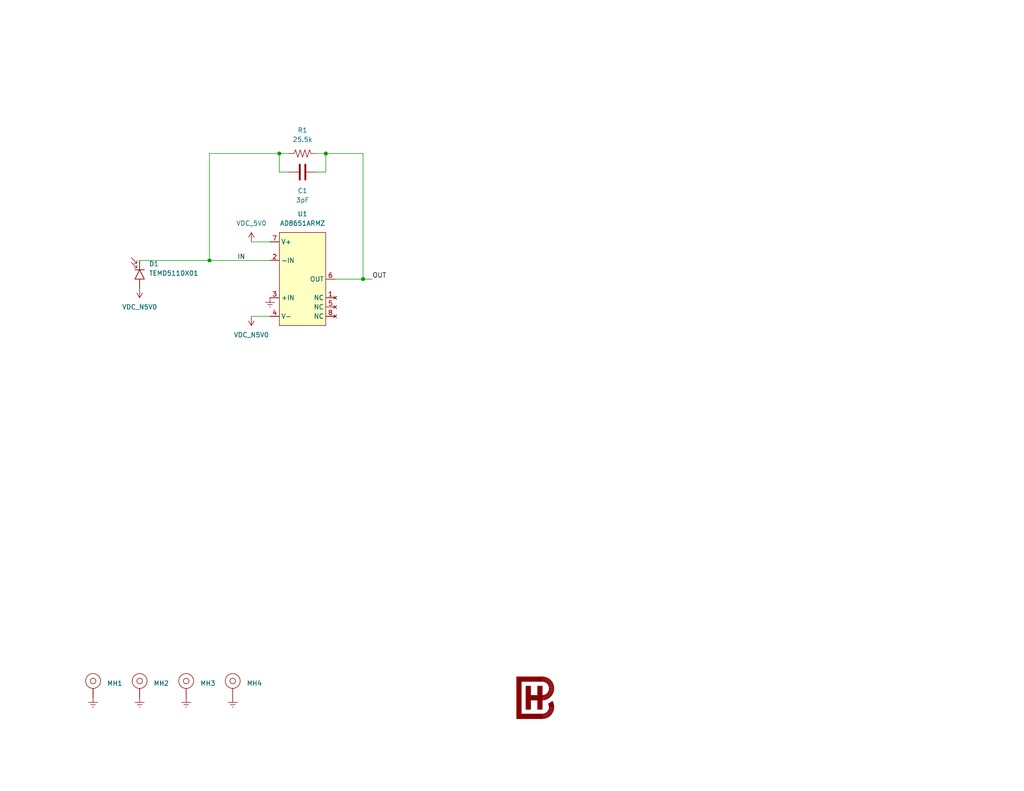
<source format=kicad_sch>
(kicad_sch (version 20231120) (generator "eeschema") (generator_version "8.0")
  (paper "A")
  (title_block (title "${PROJECT_NAME}") (rev "${PCB_REVISION}") (company "BRENDANHAINES.COM"))
  (lib_symbols
    (symbol "bh:AD8651ARMZ" (exclude_from_sim yes)
      (property "Reference" "U" (at 0 0 0))
      (property "Value" "AD8651ARMZ" (at 0 0 0))
      (symbol "AD8651ARMZ_1_1"
        (rectangle (start 0 0) (end 12.7 -25.4) (fill (type background)))
        (pin no_connect line (at 15.24 -17.78 180) (length 2.54) (name "NC") (number "1"))
        (pin input line (at -2.54 -7.62 0) (length 2.54) (name "-IN") (number "2"))
        (pin input line (at -2.54 -17.78 0) (length 2.54) (name "+IN") (number "3"))
        (pin power_in line (at -2.54 -22.86 0) (length 2.54) (name "V-") (number "4"))
        (pin no_connect line (at 15.24 -20.32 180) (length 2.54) (name "NC") (number "5"))
        (pin output line (at 15.24 -12.7 180) (length 2.54) (name "OUT") (number "6"))
        (pin power_in line (at -2.54 -2.54 0) (length 2.54) (name "V+") (number "7"))
        (pin no_connect line (at 15.24 -22.86 180) (length 2.54) (name "NC") (number "8"))
      )
    )
    (symbol "bh:C" (pin_numbers hide) (pin_names (offset 0.254))
      (property "Reference" "C" (at 0.635 2.54 0))
      (property "Value" "C" (at 0.635 -2.54 0))
      (symbol "C_0_1"
        (polyline (pts (xy -2.032 -0.762) (xy 2.032 -0.762)) (stroke (width 0.508)))
        (polyline (pts (xy -2.032 0.762) (xy 2.032 0.762)) (stroke (width 0.508)))
      )
      (symbol "C_1_1"
        (pin passive line (at 0 3.81 270) (length 2.794) (name "~") (number "1"))
        (pin passive line (at 0 -3.81 90) (length 2.794) (name "~") (number "2"))
      )
    )
    (symbol "bh:GND" (power) (pin_names (offset 0))
      (symbol "GND_0_1"
        (polyline (pts (xy -0.635 -1.905) (xy 0.635 -1.905)))
        (polyline (pts (xy -0.127 -2.54) (xy 0.127 -2.54)))
        (polyline (pts (xy 0 -1.27) (xy 0 0)))
        (polyline (pts (xy 1.27 -1.27) (xy -1.27 -1.27)))
      )
      (symbol "GND_1_1"
        (pin power_in line (at 0 0 90) (length 0) hide (name "GND") (number "1"))
      )
    )
    (symbol "bh:LOGO_BH" (in_bom no)
      (symbol "LOGO_BH_0_1"
        (rectangle (start -5.08 -4.445) (end 1.905 -5.715) (fill (type outline)))
        (rectangle (start -5.08 4.445) (end -3.81 -4.445) (fill (type outline)))
        (rectangle (start -5.08 5.715) (end 1.905 4.445) (fill (type outline)))
        (rectangle (start -2.54 3.175) (end -1.27 -3.175) (fill (type outline)))
        (rectangle (start -1.27 0.635) (end 0.635 -0.635) (fill (type outline)))
        (polyline (pts (xy 1.905 0.635) (xy 1.905 -0.635)))
        (polyline (pts (xy 3.7084 -1.8542) (xy 3.7084 -1.6002)))
        (polyline (pts (xy 4.6482 -0.9906) (xy 4.572 -1.1684)))
        (polyline (pts (xy 4.7244 -1.1176) (xy 4.4704 -1.1684)))
        (polyline (pts (xy 4.8006 -1.2446) (xy 4.2418 -1.2954)))
        (polyline (pts (xy 4.8514 -1.3716) (xy 4.064 -1.4224)))
        (polyline (pts (xy 4.953 -2.54) (xy 4.9022 -1.778)))
        (polyline (pts (xy 3.81 -2.54) (xy 3.81 -2.3622) (xy 3.7846 -2.2098) (xy 3.7338 -2.032) (xy 3.683 -1.8796) (xy 3.6322 -1.7272) (xy 3.5814 -1.6002) (xy 3.7338 -1.524) (xy 3.8862 -1.4478) (xy 4.1148 -1.3208) (xy 4.2926 -1.2192) (xy 4.4704 -1.0922) (xy 4.6482 -0.9652) (xy 4.7498 -1.143) (xy 4.8514 -1.3462) (xy 4.9276 -1.5748) (xy 4.9784 -1.778) (xy 5.0292 -1.9812) (xy 5.0546 -2.1844) (xy 5.08 -2.54)))
        (rectangle (start 0.635 3.175) (end 1.905 -3.175) (fill (type outline)))
        (arc (start 1.905 -5.715) (mid 4.1501 -4.7851) (end 5.08 -2.54))
        (arc (start 1.905 -5.588) (mid 4.0603 -4.6953) (end 4.953 -2.54))
        (arc (start 1.905 -5.461) (mid 3.9705 -4.6055) (end 4.826 -2.54))
        (arc (start 1.905 -5.334) (mid 3.8807 -4.5157) (end 4.699 -2.54))
        (arc (start 1.905 -5.207) (mid 3.7909 -4.4259) (end 4.572 -2.54))
        (arc (start 1.905 -5.08) (mid 3.7011 -4.3361) (end 4.445 -2.54))
        (arc (start 1.905 -4.953) (mid 3.6112 -4.2462) (end 4.318 -2.54))
        (arc (start 1.905 -4.826) (mid 3.5214 -4.1564) (end 4.191 -2.54))
        (arc (start 1.905 -4.699) (mid 3.4316 -4.0666) (end 4.064 -2.54))
        (arc (start 1.905 -4.572) (mid 3.3418 -3.9768) (end 3.937 -2.54))
        (arc (start 1.905 -4.445) (mid 3.252 -3.887) (end 3.81 -2.54))
        (arc (start 1.905 -0.635) (mid 4.1501 0.2949) (end 5.08 2.54))
        (arc (start 1.905 -0.508) (mid 4.0603 0.3847) (end 4.953 2.54))
        (arc (start 1.905 -0.381) (mid 3.9705 0.4745) (end 4.826 2.54))
        (arc (start 1.905 -0.254) (mid 3.8807 0.5643) (end 4.699 2.54))
        (arc (start 1.905 -0.127) (mid 3.7909 0.6541) (end 4.572 2.54))
        (arc (start 1.905 0) (mid 3.7011 0.7439) (end 4.445 2.54))
        (arc (start 1.905 0.127) (mid 3.6112 0.8338) (end 4.318 2.54))
        (arc (start 1.905 0.254) (mid 3.5214 0.9236) (end 4.191 2.54))
        (arc (start 1.905 0.381) (mid 3.4316 1.0134) (end 4.064 2.54))
        (arc (start 1.905 0.508) (mid 3.3418 1.1032) (end 3.937 2.54))
        (arc (start 1.905 0.635) (mid 3.252 1.193) (end 3.81 2.54))
        (rectangle (start 3.81 -1.524) (end 4.826 -2.54) (fill (type outline)))
        (arc (start 3.81 2.54) (mid 3.252 3.887) (end 1.905 4.445))
        (arc (start 3.937 2.54) (mid 3.3418 3.9768) (end 1.905 4.572))
        (arc (start 4.064 2.54) (mid 3.4316 4.0666) (end 1.905 4.699))
        (arc (start 4.191 2.54) (mid 3.5214 4.1564) (end 1.905 4.826))
        (arc (start 4.318 2.54) (mid 3.6112 4.2462) (end 1.905 4.953))
        (arc (start 4.445 2.54) (mid 3.7011 4.3361) (end 1.905 5.08))
        (arc (start 4.572 2.54) (mid 3.7909 4.4259) (end 1.905 5.207))
        (arc (start 4.699 2.54) (mid 3.8807 4.5157) (end 1.905 5.334))
        (arc (start 4.826 2.54) (mid 3.9705 4.6055) (end 1.905 5.461))
        (arc (start 4.953 2.54) (mid 4.0603 4.6953) (end 1.905 5.588))
        (arc (start 5.08 2.54) (mid 4.1501 4.7851) (end 1.905 5.715))
      )
    )
    (symbol "bh:Mounting_Hole" (pin_numbers hide) (pin_names (offset 0.762) hide)
      (property "Reference" "MH" (at 0 7.62 0))
      (symbol "Mounting_Hole_0_1"
        (circle (center 0 4.572) (radius 0.762))
        (circle (center 0 4.572) (radius 2.032))
      )
      (symbol "Mounting_Hole_1_1"
        (pin passive line (at 0 0 90) (length 2.54) (name "1") (number "1"))
      )
    )
    (symbol "bh:R" (pin_numbers hide) (pin_names (offset 0))
      (property "Reference" "R" (at 2.032 0 90))
      (property "Value" "R" (at -1.905 0 90))
      (symbol "R_0_1"
        (polyline (pts (xy 0 -2.54) (xy 0 -2.286) (xy 1.016 -1.905) (xy -1.016 -1.27) (xy 1.016 -0.635) (xy -1.016 0) (xy 1.016 0.635) (xy -1.016 1.27) (xy 1.016 1.905) (xy 0 2.286) (xy 0 2.54)))
      )
      (symbol "R_1_1"
        (pin passive line (at 0 3.81 270) (length 1.27) (name "~") (number "1"))
        (pin passive line (at 0 -3.81 90) (length 1.27) (name "~") (number "2"))
      )
    )
    (symbol "bh:TEMD5110X01" (pin_numbers hide) (pin_names (offset 1.016) hide)
      (property "Reference" "D" (at 0 2.54 0))
      (property "Value" "TEMD5110X01" (at 0 -2.54 0))
      (symbol "TEMD5110X01_0_1"
        (polyline (pts (xy -1.27 -1.27) (xy -1.27 1.27)) (stroke (width 0.2032)))
        (polyline (pts (xy 1.27 -1.27) (xy 1.27 1.27) (xy -1.27 0) (xy 1.27 -1.27)) (stroke (width 0.2032)))
        (polyline (pts (xy -4.572 -2.286) (xy -3.048 -0.762) (xy -3.81 -0.762) (xy -3.048 -0.762) (xy -3.048 -1.524)))
        (polyline (pts (xy -3.302 -2.286) (xy -1.778 -0.762) (xy -2.54 -0.762) (xy -1.778 -0.762) (xy -1.778 -1.524)))
      )
      (symbol "TEMD5110X01_1_1"
        (pin passive line (at 3.81 0 180) (length 2.54) (name "A") (number "A"))
        (pin passive line (at -3.81 0 0) (length 2.54) (name "K") (number "K"))
      )
    )
    (symbol "bh:VDC_5V0" (power) (pin_names (offset 0))
      (property "Value" "VDC_5V0" (at 0 3.556 0))
      (symbol "VDC_5V0_0_1"
        (polyline (pts (xy -0.762 1.27) (xy 0 2.54)))
        (polyline (pts (xy 0 0) (xy 0 2.54)))
        (polyline (pts (xy 0 2.54) (xy 0.762 1.27)))
      )
      (symbol "VDC_5V0_1_1"
        (pin power_in line (at 0 0 90) (length 0) hide (name "VDC_5V0") (number "1"))
      )
    )
    (symbol "bh:VDC_N5V0" (power) (pin_names (offset 0))
      (property "Value" "VDC_N5V0" (at 0 3.556 0))
      (symbol "VDC_N5V0_0_1"
        (polyline (pts (xy -0.762 1.27) (xy 0 2.54)))
        (polyline (pts (xy 0 0) (xy 0 2.54)))
        (polyline (pts (xy 0 2.54) (xy 0.762 1.27)))
      )
      (symbol "VDC_N5V0_1_1"
        (pin power_in line (at 0 0 90) (length 0) hide (name "VDC_N5V0") (number "1"))
      )
    )
  )
  (junction (at 76.2 41.91))
  (junction (at 88.9 41.91))
  (junction (at 99.06 76.2))
  (junction (at 57.15 71.12))
  (wire (pts (xy 57.15 71.12) (xy 73.66 71.12)))
  (wire (pts (xy 76.2 41.91) (xy 57.15 41.91)))
  (wire (pts (xy 76.2 46.99) (xy 76.2 41.91)))
  (wire (pts (xy 99.06 41.91) (xy 99.06 76.2)))
  (wire (pts (xy 68.58 86.36) (xy 73.66 86.36)))
  (wire (pts (xy 91.44 76.2) (xy 99.06 76.2)))
  (wire (pts (xy 88.9 41.91) (xy 99.06 41.91)))
  (wire (pts (xy 86.36 46.99) (xy 88.9 46.99)))
  (wire (pts (xy 99.06 76.2) (xy 101.6 76.2)))
  (wire (pts (xy 78.74 41.91) (xy 76.2 41.91)))
  (wire (pts (xy 68.58 66.04) (xy 73.66 66.04)))
  (wire (pts (xy 38.1 71.12) (xy 57.15 71.12)))
  (wire (pts (xy 78.74 46.99) (xy 76.2 46.99)))
  (wire (pts (xy 86.36 41.91) (xy 88.9 41.91)))
  (wire (pts (xy 88.9 46.99) (xy 88.9 41.91)))
  (wire (pts (xy 57.15 41.91) (xy 57.15 71.12)))
  (label "OUT" (at 101.6 76.2 0))
  (label "IN" (at 64.77 71.12 0))
  (symbol (lib_id "bh:LOGO_BH") (at 146.05 190.5 0) (unit 1) (exclude_from_sim yes) (in_bom no)
    (property "Reference" "LOGO1" (effects (hide yes)))
    (property "Value" "~" (at 146.685 189.865 0))
    (property "Footprint" "common:LOGO_BH" (effects (hide yes)))
  )
  (symbol (lib_id "bh:Mounting_Hole") (at 63.5 190.5 0) (unit 1) (exclude_from_sim yes) (in_bom no)
    (property "Reference" "MH4" (at 67.31 186.563 0) (effects (justify left)))
    (property "Value" "Mounting_Hole" (effects (hide yes)))
    (property "Footprint" "common:MH120X230_#4" (effects (hide yes)))
  )
  (symbol (lib_id "bh:R") (at 82.55 41.91 90) (unit 1)
    (property "Reference" "R1" (at 82.55 35.56 90))
    (property "Value" "25.5k" (at 82.55 38.1 90))
    (property "Footprint" "common:R0402" (effects (hide yes)))
    (property "Description" "Resistor" (effects (hide yes)))
    (property "FieldName" "Value" (effects (hide yes)))
    (property "Sim.Device" "R" (effects (hide yes)))
    (property "Sim.Pins" "1=+ 2=-" (effects (hide yes)))
  )
  (symbol (lib_id "bh:GND") (at 38.1 190.5 0) (unit 1)
    (property "Reference" "#PWR02" (effects (hide yes)))
    (property "Value" "GND" (effects (hide yes)))
  )
  (symbol (lib_id "bh:VDC_N5V0") (at 68.58 86.36 180) (unit 1)
    (property "Reference" "#PWR05" (effects (hide yes)))
    (property "Value" "VDC_N5V0" (at 68.58 91.44 0))
    (property "Description" "Power Symbol" (effects (hide yes)))
  )
  (symbol (lib_id "bh:C") (at 82.55 46.99 90) (unit 1)
    (property "Reference" "C1" (at 82.55 52.07 90))
    (property "Value" "3pF" (at 82.55 54.61 90))
    (property "Footprint" "common:C0402" (effects (hide yes)))
    (property "Description" "Capacitor" (effects (hide yes)))
    (property "FieldName" "Value" (effects (hide yes)))
    (property "Sim.Device" "C" (effects (hide yes)))
    (property "Sim.Pins" "1=+ 2=-" (effects (hide yes)))
  )
  (symbol (lib_id "bh:VDC_5V0") (at 68.58 66.04 0) (unit 1)
    (property "Reference" "#PWR06" (effects (hide yes)))
    (property "Value" "VDC_5V0" (at 68.58 60.96 0))
    (property "Description" "Power Symbol" (effects (hide yes)))
  )
  (symbol (lib_id "bh:GND") (at 25.4 190.5 0) (unit 1)
    (property "Reference" "#PWR01" (effects (hide yes)))
    (property "Value" "GND" (effects (hide yes)))
  )
  (symbol (lib_id "bh:Mounting_Hole") (at 50.8 190.5 0) (unit 1) (exclude_from_sim yes) (in_bom no)
    (property "Reference" "MH3" (at 54.61 186.563 0) (effects (justify left)))
    (property "Value" "Mounting_Hole" (effects (hide yes)))
    (property "Footprint" "common:MH120X230_#4" (effects (hide yes)))
  )
  (symbol (lib_id "bh:TEMD5110X01") (at 38.1 74.93 270) (unit 1)
    (property "Reference" "D1" (at 40.64 72.0597 90) (effects (justify left)))
    (property "Value" "TEMD5110X01" (at 40.64 74.5997 90) (effects (justify left)))
    (property "Footprint" "common:TEMD5110X01" (effects (hide yes)))
    (property "Datasheet" "https://www.vishay.com/docs/84658/temd5110.pdf" (effects (hide yes)))
    (property "Description" "Diode, Photodiode, Infrared 870-950nm" (effects (hide yes)))
    (property "MPN" "TEMD5110X01" (effects (hide yes)))
    (property "Manufacturer" "Vishay Semiconductor Opto Division" (effects (hide yes)))
  )
  (symbol (lib_id "bh:Mounting_Hole") (at 25.4 190.5 0) (unit 1) (exclude_from_sim yes) (in_bom no)
    (property "Reference" "MH1" (at 29.21 186.563 0) (effects (justify left)))
    (property "Value" "Mounting_Hole" (effects (hide yes)))
    (property "Footprint" "common:MH120X230_#4" (effects (hide yes)))
  )
  (symbol (lib_id "bh:GND") (at 73.66 81.28 0) (unit 1)
    (property "Reference" "#PWR07" (effects (hide yes)))
    (property "Value" "GND" (effects (hide yes)))
    (property "Description" "Power Symbol" (effects (hide yes)))
  )
  (symbol (lib_id "bh:AD8651ARMZ") (at 76.2 63.5 0) (unit 1) (exclude_from_sim yes)
    (property "Reference" "U1" (at 82.55 58.42 0))
    (property "Value" "AD8651ARMZ" (at 82.55 60.96 0))
    (property "Footprint" "common:MSOP8" (effects (hide yes)))
    (property "Datasheet" "https://www.analog.com/media/en/technical-documentation/data-sheets/AD8651_8652.pdf" (effects (hide yes)))
    (property "Description" "50 MHz, Precision, Low Distortion, Low Noise CMOS Amplifiers" (effects (hide yes)))
    (property "Manufacturer" "Analog Devices" (effects (hide yes)))
    (property "MPN" "AD8651ARMZ" (effects (hide yes)))
  )
  (symbol (lib_id "bh:GND") (at 63.5 190.5 0) (unit 1)
    (property "Reference" "#PWR04" (effects (hide yes)))
    (property "Value" "GND" (effects (hide yes)))
  )
  (symbol (lib_id "bh:GND") (at 50.8 190.5 0) (unit 1)
    (property "Reference" "#PWR03" (effects (hide yes)))
    (property "Value" "GND" (effects (hide yes)))
  )
  (symbol (lib_id "bh:Mounting_Hole") (at 38.1 190.5 0) (unit 1) (exclude_from_sim yes) (in_bom no)
    (property "Reference" "MH2" (at 41.91 186.563 0) (effects (justify left)))
    (property "Value" "Mounting_Hole" (effects (hide yes)))
    (property "Footprint" "common:MH120X230_#4" (effects (hide yes)))
  )
  (symbol (lib_id "bh:VDC_N5V0") (at 38.1 78.74 180) (unit 1)
    (property "Reference" "#PWR08" (effects (hide yes)))
    (property "Value" "VDC_N5V0" (at 38.1 83.82 0))
    (property "Description" "Power Symbol" (effects (hide yes)))
  )
)
</source>
